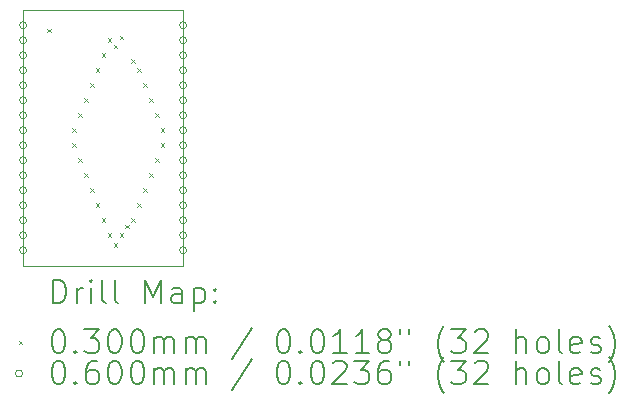
<source format=gbr>
%FSLAX45Y45*%
G04 Gerber Fmt 4.5, Leading zero omitted, Abs format (unit mm)*
G04 Created by KiCad (PCBNEW (6.0.1-0)) date 2022-03-15 16:51:40*
%MOMM*%
%LPD*%
G01*
G04 APERTURE LIST*
%TA.AperFunction,Profile*%
%ADD10C,0.100000*%
%TD*%
%ADD11C,0.200000*%
%ADD12C,0.030000*%
%ADD13C,0.060000*%
G04 APERTURE END LIST*
D10*
X10585500Y-4802500D02*
X10586000Y-6970000D01*
X11939500Y-4802500D02*
X11940000Y-6970000D01*
X10586000Y-6970000D02*
X11940000Y-6970000D01*
X10585500Y-4802500D02*
X11939500Y-4802500D01*
D11*
D12*
X10790000Y-4958000D02*
X10820000Y-4988000D01*
X10820000Y-4958000D02*
X10790000Y-4988000D01*
X11002500Y-5804000D02*
X11032500Y-5834000D01*
X11032500Y-5804000D02*
X11002500Y-5834000D01*
X11002500Y-5931000D02*
X11032500Y-5961000D01*
X11032500Y-5931000D02*
X11002500Y-5961000D01*
X11052500Y-5677000D02*
X11082500Y-5707000D01*
X11082500Y-5677000D02*
X11052500Y-5707000D01*
X11052500Y-6058000D02*
X11082500Y-6088000D01*
X11082500Y-6058000D02*
X11052500Y-6088000D01*
X11102500Y-5550000D02*
X11132500Y-5580000D01*
X11132500Y-5550000D02*
X11102500Y-5580000D01*
X11102500Y-6185000D02*
X11132500Y-6215000D01*
X11132500Y-6185000D02*
X11102500Y-6215000D01*
X11152500Y-5423000D02*
X11182500Y-5453000D01*
X11182500Y-5423000D02*
X11152500Y-5453000D01*
X11152500Y-6312000D02*
X11182500Y-6342000D01*
X11182500Y-6312000D02*
X11152500Y-6342000D01*
X11202500Y-5296000D02*
X11232500Y-5326000D01*
X11232500Y-5296000D02*
X11202500Y-5326000D01*
X11202500Y-6439000D02*
X11232500Y-6469000D01*
X11232500Y-6439000D02*
X11202500Y-6469000D01*
X11252500Y-5169000D02*
X11282500Y-5199000D01*
X11282500Y-5169000D02*
X11252500Y-5199000D01*
X11252500Y-6566000D02*
X11282500Y-6596000D01*
X11282500Y-6566000D02*
X11252500Y-6596000D01*
X11302500Y-5042000D02*
X11332500Y-5072000D01*
X11332500Y-5042000D02*
X11302500Y-5072000D01*
X11302500Y-6693000D02*
X11332500Y-6723000D01*
X11332500Y-6693000D02*
X11302500Y-6723000D01*
X11352500Y-5097000D02*
X11382500Y-5127000D01*
X11382500Y-5097000D02*
X11352500Y-5127000D01*
X11352500Y-6775000D02*
X11382500Y-6805000D01*
X11382500Y-6775000D02*
X11352500Y-6805000D01*
X11402500Y-5021000D02*
X11432500Y-5051000D01*
X11432500Y-5021000D02*
X11402500Y-5051000D01*
X11402500Y-6693000D02*
X11432500Y-6723000D01*
X11432500Y-6693000D02*
X11402500Y-6723000D01*
X11452500Y-6619000D02*
X11482500Y-6649000D01*
X11482500Y-6619000D02*
X11452500Y-6649000D01*
X11502000Y-5217000D02*
X11532000Y-5247000D01*
X11532000Y-5217000D02*
X11502000Y-5247000D01*
X11502500Y-6566000D02*
X11532500Y-6596000D01*
X11532500Y-6566000D02*
X11502500Y-6596000D01*
X11552500Y-5296000D02*
X11582500Y-5326000D01*
X11582500Y-5296000D02*
X11552500Y-5326000D01*
X11552500Y-6439000D02*
X11582500Y-6469000D01*
X11582500Y-6439000D02*
X11552500Y-6469000D01*
X11602500Y-5423000D02*
X11632500Y-5453000D01*
X11632500Y-5423000D02*
X11602500Y-5453000D01*
X11602500Y-6312000D02*
X11632500Y-6342000D01*
X11632500Y-6312000D02*
X11602500Y-6342000D01*
X11652500Y-5550000D02*
X11682500Y-5580000D01*
X11682500Y-5550000D02*
X11652500Y-5580000D01*
X11652500Y-6185000D02*
X11682500Y-6215000D01*
X11682500Y-6185000D02*
X11652500Y-6215000D01*
X11702500Y-5677000D02*
X11732500Y-5707000D01*
X11732500Y-5677000D02*
X11702500Y-5707000D01*
X11702500Y-6058000D02*
X11732500Y-6088000D01*
X11732500Y-6058000D02*
X11702500Y-6088000D01*
X11752500Y-5804000D02*
X11782500Y-5834000D01*
X11782500Y-5804000D02*
X11752500Y-5834000D01*
X11752500Y-5931000D02*
X11782500Y-5961000D01*
X11782500Y-5931000D02*
X11752500Y-5961000D01*
D13*
X10615000Y-4930000D02*
G75*
G03*
X10615000Y-4930000I-30000J0D01*
G01*
X10615000Y-5057000D02*
G75*
G03*
X10615000Y-5057000I-30000J0D01*
G01*
X10615000Y-5184000D02*
G75*
G03*
X10615000Y-5184000I-30000J0D01*
G01*
X10615000Y-5311000D02*
G75*
G03*
X10615000Y-5311000I-30000J0D01*
G01*
X10615000Y-5438000D02*
G75*
G03*
X10615000Y-5438000I-30000J0D01*
G01*
X10615000Y-5565000D02*
G75*
G03*
X10615000Y-5565000I-30000J0D01*
G01*
X10615000Y-5692000D02*
G75*
G03*
X10615000Y-5692000I-30000J0D01*
G01*
X10615000Y-5819000D02*
G75*
G03*
X10615000Y-5819000I-30000J0D01*
G01*
X10615000Y-5946000D02*
G75*
G03*
X10615000Y-5946000I-30000J0D01*
G01*
X10615000Y-6073000D02*
G75*
G03*
X10615000Y-6073000I-30000J0D01*
G01*
X10615000Y-6200000D02*
G75*
G03*
X10615000Y-6200000I-30000J0D01*
G01*
X10615000Y-6327000D02*
G75*
G03*
X10615000Y-6327000I-30000J0D01*
G01*
X10615000Y-6454000D02*
G75*
G03*
X10615000Y-6454000I-30000J0D01*
G01*
X10615000Y-6581000D02*
G75*
G03*
X10615000Y-6581000I-30000J0D01*
G01*
X10615000Y-6708000D02*
G75*
G03*
X10615000Y-6708000I-30000J0D01*
G01*
X10615000Y-6835000D02*
G75*
G03*
X10615000Y-6835000I-30000J0D01*
G01*
X11970000Y-4930000D02*
G75*
G03*
X11970000Y-4930000I-30000J0D01*
G01*
X11970000Y-5057000D02*
G75*
G03*
X11970000Y-5057000I-30000J0D01*
G01*
X11970000Y-5184000D02*
G75*
G03*
X11970000Y-5184000I-30000J0D01*
G01*
X11970000Y-5311000D02*
G75*
G03*
X11970000Y-5311000I-30000J0D01*
G01*
X11970000Y-5438000D02*
G75*
G03*
X11970000Y-5438000I-30000J0D01*
G01*
X11970000Y-5565000D02*
G75*
G03*
X11970000Y-5565000I-30000J0D01*
G01*
X11970000Y-5692000D02*
G75*
G03*
X11970000Y-5692000I-30000J0D01*
G01*
X11970000Y-5819000D02*
G75*
G03*
X11970000Y-5819000I-30000J0D01*
G01*
X11970000Y-5946000D02*
G75*
G03*
X11970000Y-5946000I-30000J0D01*
G01*
X11970000Y-6073000D02*
G75*
G03*
X11970000Y-6073000I-30000J0D01*
G01*
X11970000Y-6200000D02*
G75*
G03*
X11970000Y-6200000I-30000J0D01*
G01*
X11970000Y-6327000D02*
G75*
G03*
X11970000Y-6327000I-30000J0D01*
G01*
X11970000Y-6454000D02*
G75*
G03*
X11970000Y-6454000I-30000J0D01*
G01*
X11970000Y-6581000D02*
G75*
G03*
X11970000Y-6581000I-30000J0D01*
G01*
X11970000Y-6708000D02*
G75*
G03*
X11970000Y-6708000I-30000J0D01*
G01*
X11970000Y-6835000D02*
G75*
G03*
X11970000Y-6835000I-30000J0D01*
G01*
D11*
X10838119Y-7285476D02*
X10838119Y-7085476D01*
X10885738Y-7085476D01*
X10914310Y-7095000D01*
X10933357Y-7114048D01*
X10942881Y-7133095D01*
X10952405Y-7171190D01*
X10952405Y-7199762D01*
X10942881Y-7237857D01*
X10933357Y-7256905D01*
X10914310Y-7275952D01*
X10885738Y-7285476D01*
X10838119Y-7285476D01*
X11038119Y-7285476D02*
X11038119Y-7152143D01*
X11038119Y-7190238D02*
X11047643Y-7171190D01*
X11057167Y-7161667D01*
X11076214Y-7152143D01*
X11095262Y-7152143D01*
X11161929Y-7285476D02*
X11161929Y-7152143D01*
X11161929Y-7085476D02*
X11152405Y-7095000D01*
X11161929Y-7104524D01*
X11171452Y-7095000D01*
X11161929Y-7085476D01*
X11161929Y-7104524D01*
X11285738Y-7285476D02*
X11266690Y-7275952D01*
X11257167Y-7256905D01*
X11257167Y-7085476D01*
X11390500Y-7285476D02*
X11371452Y-7275952D01*
X11361928Y-7256905D01*
X11361928Y-7085476D01*
X11619071Y-7285476D02*
X11619071Y-7085476D01*
X11685738Y-7228333D01*
X11752405Y-7085476D01*
X11752405Y-7285476D01*
X11933357Y-7285476D02*
X11933357Y-7180714D01*
X11923833Y-7161667D01*
X11904786Y-7152143D01*
X11866690Y-7152143D01*
X11847643Y-7161667D01*
X11933357Y-7275952D02*
X11914309Y-7285476D01*
X11866690Y-7285476D01*
X11847643Y-7275952D01*
X11838119Y-7256905D01*
X11838119Y-7237857D01*
X11847643Y-7218809D01*
X11866690Y-7209286D01*
X11914309Y-7209286D01*
X11933357Y-7199762D01*
X12028595Y-7152143D02*
X12028595Y-7352143D01*
X12028595Y-7161667D02*
X12047643Y-7152143D01*
X12085738Y-7152143D01*
X12104786Y-7161667D01*
X12114309Y-7171190D01*
X12123833Y-7190238D01*
X12123833Y-7247381D01*
X12114309Y-7266428D01*
X12104786Y-7275952D01*
X12085738Y-7285476D01*
X12047643Y-7285476D01*
X12028595Y-7275952D01*
X12209548Y-7266428D02*
X12219071Y-7275952D01*
X12209548Y-7285476D01*
X12200024Y-7275952D01*
X12209548Y-7266428D01*
X12209548Y-7285476D01*
X12209548Y-7161667D02*
X12219071Y-7171190D01*
X12209548Y-7180714D01*
X12200024Y-7171190D01*
X12209548Y-7161667D01*
X12209548Y-7180714D01*
D12*
X10550500Y-7600000D02*
X10580500Y-7630000D01*
X10580500Y-7600000D02*
X10550500Y-7630000D01*
D11*
X10876214Y-7505476D02*
X10895262Y-7505476D01*
X10914310Y-7515000D01*
X10923833Y-7524524D01*
X10933357Y-7543571D01*
X10942881Y-7581667D01*
X10942881Y-7629286D01*
X10933357Y-7667381D01*
X10923833Y-7686428D01*
X10914310Y-7695952D01*
X10895262Y-7705476D01*
X10876214Y-7705476D01*
X10857167Y-7695952D01*
X10847643Y-7686428D01*
X10838119Y-7667381D01*
X10828595Y-7629286D01*
X10828595Y-7581667D01*
X10838119Y-7543571D01*
X10847643Y-7524524D01*
X10857167Y-7515000D01*
X10876214Y-7505476D01*
X11028595Y-7686428D02*
X11038119Y-7695952D01*
X11028595Y-7705476D01*
X11019071Y-7695952D01*
X11028595Y-7686428D01*
X11028595Y-7705476D01*
X11104786Y-7505476D02*
X11228595Y-7505476D01*
X11161929Y-7581667D01*
X11190500Y-7581667D01*
X11209548Y-7591190D01*
X11219071Y-7600714D01*
X11228595Y-7619762D01*
X11228595Y-7667381D01*
X11219071Y-7686428D01*
X11209548Y-7695952D01*
X11190500Y-7705476D01*
X11133357Y-7705476D01*
X11114310Y-7695952D01*
X11104786Y-7686428D01*
X11352405Y-7505476D02*
X11371452Y-7505476D01*
X11390500Y-7515000D01*
X11400024Y-7524524D01*
X11409548Y-7543571D01*
X11419071Y-7581667D01*
X11419071Y-7629286D01*
X11409548Y-7667381D01*
X11400024Y-7686428D01*
X11390500Y-7695952D01*
X11371452Y-7705476D01*
X11352405Y-7705476D01*
X11333357Y-7695952D01*
X11323833Y-7686428D01*
X11314309Y-7667381D01*
X11304786Y-7629286D01*
X11304786Y-7581667D01*
X11314309Y-7543571D01*
X11323833Y-7524524D01*
X11333357Y-7515000D01*
X11352405Y-7505476D01*
X11542881Y-7505476D02*
X11561928Y-7505476D01*
X11580976Y-7515000D01*
X11590500Y-7524524D01*
X11600024Y-7543571D01*
X11609548Y-7581667D01*
X11609548Y-7629286D01*
X11600024Y-7667381D01*
X11590500Y-7686428D01*
X11580976Y-7695952D01*
X11561928Y-7705476D01*
X11542881Y-7705476D01*
X11523833Y-7695952D01*
X11514309Y-7686428D01*
X11504786Y-7667381D01*
X11495262Y-7629286D01*
X11495262Y-7581667D01*
X11504786Y-7543571D01*
X11514309Y-7524524D01*
X11523833Y-7515000D01*
X11542881Y-7505476D01*
X11695262Y-7705476D02*
X11695262Y-7572143D01*
X11695262Y-7591190D02*
X11704786Y-7581667D01*
X11723833Y-7572143D01*
X11752405Y-7572143D01*
X11771452Y-7581667D01*
X11780976Y-7600714D01*
X11780976Y-7705476D01*
X11780976Y-7600714D02*
X11790500Y-7581667D01*
X11809548Y-7572143D01*
X11838119Y-7572143D01*
X11857167Y-7581667D01*
X11866690Y-7600714D01*
X11866690Y-7705476D01*
X11961928Y-7705476D02*
X11961928Y-7572143D01*
X11961928Y-7591190D02*
X11971452Y-7581667D01*
X11990500Y-7572143D01*
X12019071Y-7572143D01*
X12038119Y-7581667D01*
X12047643Y-7600714D01*
X12047643Y-7705476D01*
X12047643Y-7600714D02*
X12057167Y-7581667D01*
X12076214Y-7572143D01*
X12104786Y-7572143D01*
X12123833Y-7581667D01*
X12133357Y-7600714D01*
X12133357Y-7705476D01*
X12523833Y-7495952D02*
X12352405Y-7753095D01*
X12780976Y-7505476D02*
X12800024Y-7505476D01*
X12819071Y-7515000D01*
X12828595Y-7524524D01*
X12838119Y-7543571D01*
X12847643Y-7581667D01*
X12847643Y-7629286D01*
X12838119Y-7667381D01*
X12828595Y-7686428D01*
X12819071Y-7695952D01*
X12800024Y-7705476D01*
X12780976Y-7705476D01*
X12761928Y-7695952D01*
X12752405Y-7686428D01*
X12742881Y-7667381D01*
X12733357Y-7629286D01*
X12733357Y-7581667D01*
X12742881Y-7543571D01*
X12752405Y-7524524D01*
X12761928Y-7515000D01*
X12780976Y-7505476D01*
X12933357Y-7686428D02*
X12942881Y-7695952D01*
X12933357Y-7705476D01*
X12923833Y-7695952D01*
X12933357Y-7686428D01*
X12933357Y-7705476D01*
X13066690Y-7505476D02*
X13085738Y-7505476D01*
X13104786Y-7515000D01*
X13114309Y-7524524D01*
X13123833Y-7543571D01*
X13133357Y-7581667D01*
X13133357Y-7629286D01*
X13123833Y-7667381D01*
X13114309Y-7686428D01*
X13104786Y-7695952D01*
X13085738Y-7705476D01*
X13066690Y-7705476D01*
X13047643Y-7695952D01*
X13038119Y-7686428D01*
X13028595Y-7667381D01*
X13019071Y-7629286D01*
X13019071Y-7581667D01*
X13028595Y-7543571D01*
X13038119Y-7524524D01*
X13047643Y-7515000D01*
X13066690Y-7505476D01*
X13323833Y-7705476D02*
X13209548Y-7705476D01*
X13266690Y-7705476D02*
X13266690Y-7505476D01*
X13247643Y-7534048D01*
X13228595Y-7553095D01*
X13209548Y-7562619D01*
X13514309Y-7705476D02*
X13400024Y-7705476D01*
X13457167Y-7705476D02*
X13457167Y-7505476D01*
X13438119Y-7534048D01*
X13419071Y-7553095D01*
X13400024Y-7562619D01*
X13628595Y-7591190D02*
X13609548Y-7581667D01*
X13600024Y-7572143D01*
X13590500Y-7553095D01*
X13590500Y-7543571D01*
X13600024Y-7524524D01*
X13609548Y-7515000D01*
X13628595Y-7505476D01*
X13666690Y-7505476D01*
X13685738Y-7515000D01*
X13695262Y-7524524D01*
X13704786Y-7543571D01*
X13704786Y-7553095D01*
X13695262Y-7572143D01*
X13685738Y-7581667D01*
X13666690Y-7591190D01*
X13628595Y-7591190D01*
X13609548Y-7600714D01*
X13600024Y-7610238D01*
X13590500Y-7629286D01*
X13590500Y-7667381D01*
X13600024Y-7686428D01*
X13609548Y-7695952D01*
X13628595Y-7705476D01*
X13666690Y-7705476D01*
X13685738Y-7695952D01*
X13695262Y-7686428D01*
X13704786Y-7667381D01*
X13704786Y-7629286D01*
X13695262Y-7610238D01*
X13685738Y-7600714D01*
X13666690Y-7591190D01*
X13780976Y-7505476D02*
X13780976Y-7543571D01*
X13857167Y-7505476D02*
X13857167Y-7543571D01*
X14152405Y-7781667D02*
X14142881Y-7772143D01*
X14123833Y-7743571D01*
X14114309Y-7724524D01*
X14104786Y-7695952D01*
X14095262Y-7648333D01*
X14095262Y-7610238D01*
X14104786Y-7562619D01*
X14114309Y-7534048D01*
X14123833Y-7515000D01*
X14142881Y-7486428D01*
X14152405Y-7476905D01*
X14209548Y-7505476D02*
X14333357Y-7505476D01*
X14266690Y-7581667D01*
X14295262Y-7581667D01*
X14314309Y-7591190D01*
X14323833Y-7600714D01*
X14333357Y-7619762D01*
X14333357Y-7667381D01*
X14323833Y-7686428D01*
X14314309Y-7695952D01*
X14295262Y-7705476D01*
X14238119Y-7705476D01*
X14219071Y-7695952D01*
X14209548Y-7686428D01*
X14409548Y-7524524D02*
X14419071Y-7515000D01*
X14438119Y-7505476D01*
X14485738Y-7505476D01*
X14504786Y-7515000D01*
X14514309Y-7524524D01*
X14523833Y-7543571D01*
X14523833Y-7562619D01*
X14514309Y-7591190D01*
X14400024Y-7705476D01*
X14523833Y-7705476D01*
X14761928Y-7705476D02*
X14761928Y-7505476D01*
X14847643Y-7705476D02*
X14847643Y-7600714D01*
X14838119Y-7581667D01*
X14819071Y-7572143D01*
X14790500Y-7572143D01*
X14771452Y-7581667D01*
X14761928Y-7591190D01*
X14971452Y-7705476D02*
X14952405Y-7695952D01*
X14942881Y-7686428D01*
X14933357Y-7667381D01*
X14933357Y-7610238D01*
X14942881Y-7591190D01*
X14952405Y-7581667D01*
X14971452Y-7572143D01*
X15000024Y-7572143D01*
X15019071Y-7581667D01*
X15028595Y-7591190D01*
X15038119Y-7610238D01*
X15038119Y-7667381D01*
X15028595Y-7686428D01*
X15019071Y-7695952D01*
X15000024Y-7705476D01*
X14971452Y-7705476D01*
X15152405Y-7705476D02*
X15133357Y-7695952D01*
X15123833Y-7676905D01*
X15123833Y-7505476D01*
X15304786Y-7695952D02*
X15285738Y-7705476D01*
X15247643Y-7705476D01*
X15228595Y-7695952D01*
X15219071Y-7676905D01*
X15219071Y-7600714D01*
X15228595Y-7581667D01*
X15247643Y-7572143D01*
X15285738Y-7572143D01*
X15304786Y-7581667D01*
X15314309Y-7600714D01*
X15314309Y-7619762D01*
X15219071Y-7638809D01*
X15390500Y-7695952D02*
X15409548Y-7705476D01*
X15447643Y-7705476D01*
X15466690Y-7695952D01*
X15476214Y-7676905D01*
X15476214Y-7667381D01*
X15466690Y-7648333D01*
X15447643Y-7638809D01*
X15419071Y-7638809D01*
X15400024Y-7629286D01*
X15390500Y-7610238D01*
X15390500Y-7600714D01*
X15400024Y-7581667D01*
X15419071Y-7572143D01*
X15447643Y-7572143D01*
X15466690Y-7581667D01*
X15542881Y-7781667D02*
X15552405Y-7772143D01*
X15571452Y-7743571D01*
X15580976Y-7724524D01*
X15590500Y-7695952D01*
X15600024Y-7648333D01*
X15600024Y-7610238D01*
X15590500Y-7562619D01*
X15580976Y-7534048D01*
X15571452Y-7515000D01*
X15552405Y-7486428D01*
X15542881Y-7476905D01*
D13*
X10580500Y-7879000D02*
G75*
G03*
X10580500Y-7879000I-30000J0D01*
G01*
D11*
X10876214Y-7769476D02*
X10895262Y-7769476D01*
X10914310Y-7779000D01*
X10923833Y-7788524D01*
X10933357Y-7807571D01*
X10942881Y-7845667D01*
X10942881Y-7893286D01*
X10933357Y-7931381D01*
X10923833Y-7950428D01*
X10914310Y-7959952D01*
X10895262Y-7969476D01*
X10876214Y-7969476D01*
X10857167Y-7959952D01*
X10847643Y-7950428D01*
X10838119Y-7931381D01*
X10828595Y-7893286D01*
X10828595Y-7845667D01*
X10838119Y-7807571D01*
X10847643Y-7788524D01*
X10857167Y-7779000D01*
X10876214Y-7769476D01*
X11028595Y-7950428D02*
X11038119Y-7959952D01*
X11028595Y-7969476D01*
X11019071Y-7959952D01*
X11028595Y-7950428D01*
X11028595Y-7969476D01*
X11209548Y-7769476D02*
X11171452Y-7769476D01*
X11152405Y-7779000D01*
X11142881Y-7788524D01*
X11123833Y-7817095D01*
X11114310Y-7855190D01*
X11114310Y-7931381D01*
X11123833Y-7950428D01*
X11133357Y-7959952D01*
X11152405Y-7969476D01*
X11190500Y-7969476D01*
X11209548Y-7959952D01*
X11219071Y-7950428D01*
X11228595Y-7931381D01*
X11228595Y-7883762D01*
X11219071Y-7864714D01*
X11209548Y-7855190D01*
X11190500Y-7845667D01*
X11152405Y-7845667D01*
X11133357Y-7855190D01*
X11123833Y-7864714D01*
X11114310Y-7883762D01*
X11352405Y-7769476D02*
X11371452Y-7769476D01*
X11390500Y-7779000D01*
X11400024Y-7788524D01*
X11409548Y-7807571D01*
X11419071Y-7845667D01*
X11419071Y-7893286D01*
X11409548Y-7931381D01*
X11400024Y-7950428D01*
X11390500Y-7959952D01*
X11371452Y-7969476D01*
X11352405Y-7969476D01*
X11333357Y-7959952D01*
X11323833Y-7950428D01*
X11314309Y-7931381D01*
X11304786Y-7893286D01*
X11304786Y-7845667D01*
X11314309Y-7807571D01*
X11323833Y-7788524D01*
X11333357Y-7779000D01*
X11352405Y-7769476D01*
X11542881Y-7769476D02*
X11561928Y-7769476D01*
X11580976Y-7779000D01*
X11590500Y-7788524D01*
X11600024Y-7807571D01*
X11609548Y-7845667D01*
X11609548Y-7893286D01*
X11600024Y-7931381D01*
X11590500Y-7950428D01*
X11580976Y-7959952D01*
X11561928Y-7969476D01*
X11542881Y-7969476D01*
X11523833Y-7959952D01*
X11514309Y-7950428D01*
X11504786Y-7931381D01*
X11495262Y-7893286D01*
X11495262Y-7845667D01*
X11504786Y-7807571D01*
X11514309Y-7788524D01*
X11523833Y-7779000D01*
X11542881Y-7769476D01*
X11695262Y-7969476D02*
X11695262Y-7836143D01*
X11695262Y-7855190D02*
X11704786Y-7845667D01*
X11723833Y-7836143D01*
X11752405Y-7836143D01*
X11771452Y-7845667D01*
X11780976Y-7864714D01*
X11780976Y-7969476D01*
X11780976Y-7864714D02*
X11790500Y-7845667D01*
X11809548Y-7836143D01*
X11838119Y-7836143D01*
X11857167Y-7845667D01*
X11866690Y-7864714D01*
X11866690Y-7969476D01*
X11961928Y-7969476D02*
X11961928Y-7836143D01*
X11961928Y-7855190D02*
X11971452Y-7845667D01*
X11990500Y-7836143D01*
X12019071Y-7836143D01*
X12038119Y-7845667D01*
X12047643Y-7864714D01*
X12047643Y-7969476D01*
X12047643Y-7864714D02*
X12057167Y-7845667D01*
X12076214Y-7836143D01*
X12104786Y-7836143D01*
X12123833Y-7845667D01*
X12133357Y-7864714D01*
X12133357Y-7969476D01*
X12523833Y-7759952D02*
X12352405Y-8017095D01*
X12780976Y-7769476D02*
X12800024Y-7769476D01*
X12819071Y-7779000D01*
X12828595Y-7788524D01*
X12838119Y-7807571D01*
X12847643Y-7845667D01*
X12847643Y-7893286D01*
X12838119Y-7931381D01*
X12828595Y-7950428D01*
X12819071Y-7959952D01*
X12800024Y-7969476D01*
X12780976Y-7969476D01*
X12761928Y-7959952D01*
X12752405Y-7950428D01*
X12742881Y-7931381D01*
X12733357Y-7893286D01*
X12733357Y-7845667D01*
X12742881Y-7807571D01*
X12752405Y-7788524D01*
X12761928Y-7779000D01*
X12780976Y-7769476D01*
X12933357Y-7950428D02*
X12942881Y-7959952D01*
X12933357Y-7969476D01*
X12923833Y-7959952D01*
X12933357Y-7950428D01*
X12933357Y-7969476D01*
X13066690Y-7769476D02*
X13085738Y-7769476D01*
X13104786Y-7779000D01*
X13114309Y-7788524D01*
X13123833Y-7807571D01*
X13133357Y-7845667D01*
X13133357Y-7893286D01*
X13123833Y-7931381D01*
X13114309Y-7950428D01*
X13104786Y-7959952D01*
X13085738Y-7969476D01*
X13066690Y-7969476D01*
X13047643Y-7959952D01*
X13038119Y-7950428D01*
X13028595Y-7931381D01*
X13019071Y-7893286D01*
X13019071Y-7845667D01*
X13028595Y-7807571D01*
X13038119Y-7788524D01*
X13047643Y-7779000D01*
X13066690Y-7769476D01*
X13209548Y-7788524D02*
X13219071Y-7779000D01*
X13238119Y-7769476D01*
X13285738Y-7769476D01*
X13304786Y-7779000D01*
X13314309Y-7788524D01*
X13323833Y-7807571D01*
X13323833Y-7826619D01*
X13314309Y-7855190D01*
X13200024Y-7969476D01*
X13323833Y-7969476D01*
X13390500Y-7769476D02*
X13514309Y-7769476D01*
X13447643Y-7845667D01*
X13476214Y-7845667D01*
X13495262Y-7855190D01*
X13504786Y-7864714D01*
X13514309Y-7883762D01*
X13514309Y-7931381D01*
X13504786Y-7950428D01*
X13495262Y-7959952D01*
X13476214Y-7969476D01*
X13419071Y-7969476D01*
X13400024Y-7959952D01*
X13390500Y-7950428D01*
X13685738Y-7769476D02*
X13647643Y-7769476D01*
X13628595Y-7779000D01*
X13619071Y-7788524D01*
X13600024Y-7817095D01*
X13590500Y-7855190D01*
X13590500Y-7931381D01*
X13600024Y-7950428D01*
X13609548Y-7959952D01*
X13628595Y-7969476D01*
X13666690Y-7969476D01*
X13685738Y-7959952D01*
X13695262Y-7950428D01*
X13704786Y-7931381D01*
X13704786Y-7883762D01*
X13695262Y-7864714D01*
X13685738Y-7855190D01*
X13666690Y-7845667D01*
X13628595Y-7845667D01*
X13609548Y-7855190D01*
X13600024Y-7864714D01*
X13590500Y-7883762D01*
X13780976Y-7769476D02*
X13780976Y-7807571D01*
X13857167Y-7769476D02*
X13857167Y-7807571D01*
X14152405Y-8045667D02*
X14142881Y-8036143D01*
X14123833Y-8007571D01*
X14114309Y-7988524D01*
X14104786Y-7959952D01*
X14095262Y-7912333D01*
X14095262Y-7874238D01*
X14104786Y-7826619D01*
X14114309Y-7798048D01*
X14123833Y-7779000D01*
X14142881Y-7750428D01*
X14152405Y-7740905D01*
X14209548Y-7769476D02*
X14333357Y-7769476D01*
X14266690Y-7845667D01*
X14295262Y-7845667D01*
X14314309Y-7855190D01*
X14323833Y-7864714D01*
X14333357Y-7883762D01*
X14333357Y-7931381D01*
X14323833Y-7950428D01*
X14314309Y-7959952D01*
X14295262Y-7969476D01*
X14238119Y-7969476D01*
X14219071Y-7959952D01*
X14209548Y-7950428D01*
X14409548Y-7788524D02*
X14419071Y-7779000D01*
X14438119Y-7769476D01*
X14485738Y-7769476D01*
X14504786Y-7779000D01*
X14514309Y-7788524D01*
X14523833Y-7807571D01*
X14523833Y-7826619D01*
X14514309Y-7855190D01*
X14400024Y-7969476D01*
X14523833Y-7969476D01*
X14761928Y-7969476D02*
X14761928Y-7769476D01*
X14847643Y-7969476D02*
X14847643Y-7864714D01*
X14838119Y-7845667D01*
X14819071Y-7836143D01*
X14790500Y-7836143D01*
X14771452Y-7845667D01*
X14761928Y-7855190D01*
X14971452Y-7969476D02*
X14952405Y-7959952D01*
X14942881Y-7950428D01*
X14933357Y-7931381D01*
X14933357Y-7874238D01*
X14942881Y-7855190D01*
X14952405Y-7845667D01*
X14971452Y-7836143D01*
X15000024Y-7836143D01*
X15019071Y-7845667D01*
X15028595Y-7855190D01*
X15038119Y-7874238D01*
X15038119Y-7931381D01*
X15028595Y-7950428D01*
X15019071Y-7959952D01*
X15000024Y-7969476D01*
X14971452Y-7969476D01*
X15152405Y-7969476D02*
X15133357Y-7959952D01*
X15123833Y-7940905D01*
X15123833Y-7769476D01*
X15304786Y-7959952D02*
X15285738Y-7969476D01*
X15247643Y-7969476D01*
X15228595Y-7959952D01*
X15219071Y-7940905D01*
X15219071Y-7864714D01*
X15228595Y-7845667D01*
X15247643Y-7836143D01*
X15285738Y-7836143D01*
X15304786Y-7845667D01*
X15314309Y-7864714D01*
X15314309Y-7883762D01*
X15219071Y-7902809D01*
X15390500Y-7959952D02*
X15409548Y-7969476D01*
X15447643Y-7969476D01*
X15466690Y-7959952D01*
X15476214Y-7940905D01*
X15476214Y-7931381D01*
X15466690Y-7912333D01*
X15447643Y-7902809D01*
X15419071Y-7902809D01*
X15400024Y-7893286D01*
X15390500Y-7874238D01*
X15390500Y-7864714D01*
X15400024Y-7845667D01*
X15419071Y-7836143D01*
X15447643Y-7836143D01*
X15466690Y-7845667D01*
X15542881Y-8045667D02*
X15552405Y-8036143D01*
X15571452Y-8007571D01*
X15580976Y-7988524D01*
X15590500Y-7959952D01*
X15600024Y-7912333D01*
X15600024Y-7874238D01*
X15590500Y-7826619D01*
X15580976Y-7798048D01*
X15571452Y-7779000D01*
X15552405Y-7750428D01*
X15542881Y-7740905D01*
M02*

</source>
